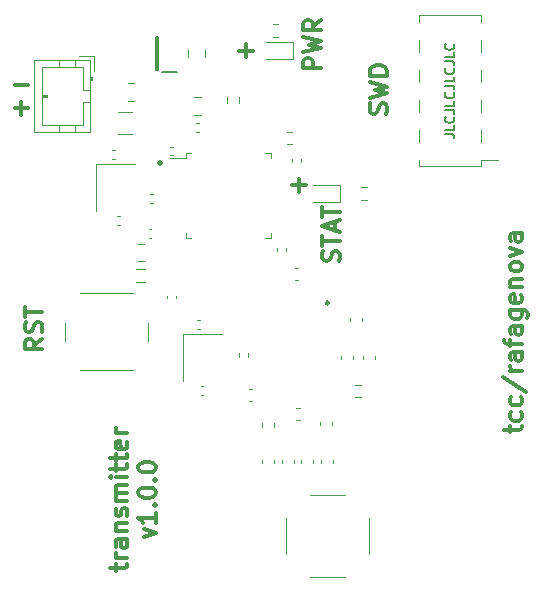
<source format=gbr>
%TF.GenerationSoftware,KiCad,Pcbnew,(6.0.4)*%
%TF.CreationDate,2022-08-25T17:00:53-03:00*%
%TF.ProjectId,rf-system-transmitter,72662d73-7973-4746-956d-2d7472616e73,rev?*%
%TF.SameCoordinates,Original*%
%TF.FileFunction,Legend,Top*%
%TF.FilePolarity,Positive*%
%FSLAX46Y46*%
G04 Gerber Fmt 4.6, Leading zero omitted, Abs format (unit mm)*
G04 Created by KiCad (PCBNEW (6.0.4)) date 2022-08-25 17:00:53*
%MOMM*%
%LPD*%
G01*
G04 APERTURE LIST*
%ADD10C,0.300000*%
%ADD11C,0.150000*%
%ADD12C,0.120000*%
%ADD13C,0.100000*%
%ADD14C,0.250000*%
%ADD15C,0.200000*%
G04 APERTURE END LIST*
D10*
X55471071Y-69735714D02*
X55471071Y-69164285D01*
X54971071Y-69521428D02*
X56256785Y-69521428D01*
X56399642Y-69450000D01*
X56471071Y-69307142D01*
X56471071Y-69164285D01*
X56471071Y-68664285D02*
X55471071Y-68664285D01*
X55756785Y-68664285D02*
X55613928Y-68592857D01*
X55542500Y-68521428D01*
X55471071Y-68378571D01*
X55471071Y-68235714D01*
X56471071Y-67092857D02*
X55685357Y-67092857D01*
X55542500Y-67164285D01*
X55471071Y-67307142D01*
X55471071Y-67592857D01*
X55542500Y-67735714D01*
X56399642Y-67092857D02*
X56471071Y-67235714D01*
X56471071Y-67592857D01*
X56399642Y-67735714D01*
X56256785Y-67807142D01*
X56113928Y-67807142D01*
X55971071Y-67735714D01*
X55899642Y-67592857D01*
X55899642Y-67235714D01*
X55828214Y-67092857D01*
X55471071Y-66378571D02*
X56471071Y-66378571D01*
X55613928Y-66378571D02*
X55542500Y-66307142D01*
X55471071Y-66164285D01*
X55471071Y-65950000D01*
X55542500Y-65807142D01*
X55685357Y-65735714D01*
X56471071Y-65735714D01*
X56399642Y-65092857D02*
X56471071Y-64950000D01*
X56471071Y-64664285D01*
X56399642Y-64521428D01*
X56256785Y-64450000D01*
X56185357Y-64450000D01*
X56042500Y-64521428D01*
X55971071Y-64664285D01*
X55971071Y-64878571D01*
X55899642Y-65021428D01*
X55756785Y-65092857D01*
X55685357Y-65092857D01*
X55542500Y-65021428D01*
X55471071Y-64878571D01*
X55471071Y-64664285D01*
X55542500Y-64521428D01*
X56471071Y-63807142D02*
X55471071Y-63807142D01*
X55613928Y-63807142D02*
X55542500Y-63735714D01*
X55471071Y-63592857D01*
X55471071Y-63378571D01*
X55542500Y-63235714D01*
X55685357Y-63164285D01*
X56471071Y-63164285D01*
X55685357Y-63164285D02*
X55542500Y-63092857D01*
X55471071Y-62950000D01*
X55471071Y-62735714D01*
X55542500Y-62592857D01*
X55685357Y-62521428D01*
X56471071Y-62521428D01*
X56471071Y-61807142D02*
X55471071Y-61807142D01*
X54971071Y-61807142D02*
X55042500Y-61878571D01*
X55113928Y-61807142D01*
X55042500Y-61735714D01*
X54971071Y-61807142D01*
X55113928Y-61807142D01*
X55471071Y-61307142D02*
X55471071Y-60735714D01*
X54971071Y-61092857D02*
X56256785Y-61092857D01*
X56399642Y-61021428D01*
X56471071Y-60878571D01*
X56471071Y-60735714D01*
X55471071Y-60450000D02*
X55471071Y-59878571D01*
X54971071Y-60235714D02*
X56256785Y-60235714D01*
X56399642Y-60164285D01*
X56471071Y-60021428D01*
X56471071Y-59878571D01*
X56399642Y-58807142D02*
X56471071Y-58950000D01*
X56471071Y-59235714D01*
X56399642Y-59378571D01*
X56256785Y-59450000D01*
X55685357Y-59450000D01*
X55542500Y-59378571D01*
X55471071Y-59235714D01*
X55471071Y-58950000D01*
X55542500Y-58807142D01*
X55685357Y-58735714D01*
X55828214Y-58735714D01*
X55971071Y-59450000D01*
X56471071Y-58092857D02*
X55471071Y-58092857D01*
X55756785Y-58092857D02*
X55613928Y-58021428D01*
X55542500Y-57950000D01*
X55471071Y-57807142D01*
X55471071Y-57664285D01*
X57886071Y-66914285D02*
X58886071Y-66557142D01*
X57886071Y-66200000D01*
X58886071Y-64842857D02*
X58886071Y-65700000D01*
X58886071Y-65271428D02*
X57386071Y-65271428D01*
X57600357Y-65414285D01*
X57743214Y-65557142D01*
X57814642Y-65700000D01*
X58743214Y-64200000D02*
X58814642Y-64128571D01*
X58886071Y-64200000D01*
X58814642Y-64271428D01*
X58743214Y-64200000D01*
X58886071Y-64200000D01*
X57386071Y-63200000D02*
X57386071Y-63057142D01*
X57457500Y-62914285D01*
X57528928Y-62842857D01*
X57671785Y-62771428D01*
X57957500Y-62700000D01*
X58314642Y-62700000D01*
X58600357Y-62771428D01*
X58743214Y-62842857D01*
X58814642Y-62914285D01*
X58886071Y-63057142D01*
X58886071Y-63200000D01*
X58814642Y-63342857D01*
X58743214Y-63414285D01*
X58600357Y-63485714D01*
X58314642Y-63557142D01*
X57957500Y-63557142D01*
X57671785Y-63485714D01*
X57528928Y-63414285D01*
X57457500Y-63342857D01*
X57386071Y-63200000D01*
X58743214Y-62057142D02*
X58814642Y-61985714D01*
X58886071Y-62057142D01*
X58814642Y-62128571D01*
X58743214Y-62057142D01*
X58886071Y-62057142D01*
X57386071Y-61057142D02*
X57386071Y-60914285D01*
X57457500Y-60771428D01*
X57528928Y-60700000D01*
X57671785Y-60628571D01*
X57957500Y-60557142D01*
X58314642Y-60557142D01*
X58600357Y-60628571D01*
X58743214Y-60700000D01*
X58814642Y-60771428D01*
X58886071Y-60914285D01*
X58886071Y-61057142D01*
X58814642Y-61200000D01*
X58743214Y-61271428D01*
X58600357Y-61342857D01*
X58314642Y-61414285D01*
X57957500Y-61414285D01*
X57671785Y-61342857D01*
X57528928Y-61271428D01*
X57457500Y-61200000D01*
X57386071Y-61057142D01*
X70428571Y-37107142D02*
X71571428Y-37107142D01*
X71000000Y-37678571D02*
X71000000Y-36535714D01*
X49278571Y-50121428D02*
X48564285Y-50621428D01*
X49278571Y-50978571D02*
X47778571Y-50978571D01*
X47778571Y-50407142D01*
X47850000Y-50264285D01*
X47921428Y-50192857D01*
X48064285Y-50121428D01*
X48278571Y-50121428D01*
X48421428Y-50192857D01*
X48492857Y-50264285D01*
X48564285Y-50407142D01*
X48564285Y-50978571D01*
X49207142Y-49550000D02*
X49278571Y-49335714D01*
X49278571Y-48978571D01*
X49207142Y-48835714D01*
X49135714Y-48764285D01*
X48992857Y-48692857D01*
X48850000Y-48692857D01*
X48707142Y-48764285D01*
X48635714Y-48835714D01*
X48564285Y-48978571D01*
X48492857Y-49264285D01*
X48421428Y-49407142D01*
X48350000Y-49478571D01*
X48207142Y-49550000D01*
X48064285Y-49550000D01*
X47921428Y-49478571D01*
X47850000Y-49407142D01*
X47778571Y-49264285D01*
X47778571Y-48907142D01*
X47850000Y-48692857D01*
X47778571Y-48264285D02*
X47778571Y-47407142D01*
X49278571Y-47835714D02*
X47778571Y-47835714D01*
X59200000Y-35114285D02*
X59295238Y-35209523D01*
X59200000Y-35304761D01*
X59104761Y-35209523D01*
X59200000Y-35114285D01*
X59200000Y-35304761D01*
X88878571Y-58035714D02*
X88878571Y-57464285D01*
X88378571Y-57821428D02*
X89664285Y-57821428D01*
X89807142Y-57750000D01*
X89878571Y-57607142D01*
X89878571Y-57464285D01*
X89807142Y-56321428D02*
X89878571Y-56464285D01*
X89878571Y-56750000D01*
X89807142Y-56892857D01*
X89735714Y-56964285D01*
X89592857Y-57035714D01*
X89164285Y-57035714D01*
X89021428Y-56964285D01*
X88950000Y-56892857D01*
X88878571Y-56750000D01*
X88878571Y-56464285D01*
X88950000Y-56321428D01*
X89807142Y-55035714D02*
X89878571Y-55178571D01*
X89878571Y-55464285D01*
X89807142Y-55607142D01*
X89735714Y-55678571D01*
X89592857Y-55750000D01*
X89164285Y-55750000D01*
X89021428Y-55678571D01*
X88950000Y-55607142D01*
X88878571Y-55464285D01*
X88878571Y-55178571D01*
X88950000Y-55035714D01*
X88307142Y-53321428D02*
X90235714Y-54607142D01*
X89878571Y-52821428D02*
X88878571Y-52821428D01*
X89164285Y-52821428D02*
X89021428Y-52750000D01*
X88950000Y-52678571D01*
X88878571Y-52535714D01*
X88878571Y-52392857D01*
X89878571Y-51250000D02*
X89092857Y-51250000D01*
X88950000Y-51321428D01*
X88878571Y-51464285D01*
X88878571Y-51750000D01*
X88950000Y-51892857D01*
X89807142Y-51250000D02*
X89878571Y-51392857D01*
X89878571Y-51750000D01*
X89807142Y-51892857D01*
X89664285Y-51964285D01*
X89521428Y-51964285D01*
X89378571Y-51892857D01*
X89307142Y-51750000D01*
X89307142Y-51392857D01*
X89235714Y-51250000D01*
X88878571Y-50750000D02*
X88878571Y-50178571D01*
X89878571Y-50535714D02*
X88592857Y-50535714D01*
X88450000Y-50464285D01*
X88378571Y-50321428D01*
X88378571Y-50178571D01*
X89878571Y-49035714D02*
X89092857Y-49035714D01*
X88950000Y-49107142D01*
X88878571Y-49250000D01*
X88878571Y-49535714D01*
X88950000Y-49678571D01*
X89807142Y-49035714D02*
X89878571Y-49178571D01*
X89878571Y-49535714D01*
X89807142Y-49678571D01*
X89664285Y-49750000D01*
X89521428Y-49750000D01*
X89378571Y-49678571D01*
X89307142Y-49535714D01*
X89307142Y-49178571D01*
X89235714Y-49035714D01*
X88878571Y-47678571D02*
X90092857Y-47678571D01*
X90235714Y-47750000D01*
X90307142Y-47821428D01*
X90378571Y-47964285D01*
X90378571Y-48178571D01*
X90307142Y-48321428D01*
X89807142Y-47678571D02*
X89878571Y-47821428D01*
X89878571Y-48107142D01*
X89807142Y-48250000D01*
X89735714Y-48321428D01*
X89592857Y-48392857D01*
X89164285Y-48392857D01*
X89021428Y-48321428D01*
X88950000Y-48250000D01*
X88878571Y-48107142D01*
X88878571Y-47821428D01*
X88950000Y-47678571D01*
X89807142Y-46392857D02*
X89878571Y-46535714D01*
X89878571Y-46821428D01*
X89807142Y-46964285D01*
X89664285Y-47035714D01*
X89092857Y-47035714D01*
X88950000Y-46964285D01*
X88878571Y-46821428D01*
X88878571Y-46535714D01*
X88950000Y-46392857D01*
X89092857Y-46321428D01*
X89235714Y-46321428D01*
X89378571Y-47035714D01*
X88878571Y-45678571D02*
X89878571Y-45678571D01*
X89021428Y-45678571D02*
X88950000Y-45607142D01*
X88878571Y-45464285D01*
X88878571Y-45250000D01*
X88950000Y-45107142D01*
X89092857Y-45035714D01*
X89878571Y-45035714D01*
X89878571Y-44107142D02*
X89807142Y-44250000D01*
X89735714Y-44321428D01*
X89592857Y-44392857D01*
X89164285Y-44392857D01*
X89021428Y-44321428D01*
X88950000Y-44250000D01*
X88878571Y-44107142D01*
X88878571Y-43892857D01*
X88950000Y-43750000D01*
X89021428Y-43678571D01*
X89164285Y-43607142D01*
X89592857Y-43607142D01*
X89735714Y-43678571D01*
X89807142Y-43750000D01*
X89878571Y-43892857D01*
X89878571Y-44107142D01*
X88878571Y-43107142D02*
X89878571Y-42750000D01*
X88878571Y-42392857D01*
X89878571Y-41178571D02*
X89092857Y-41178571D01*
X88950000Y-41250000D01*
X88878571Y-41392857D01*
X88878571Y-41678571D01*
X88950000Y-41821428D01*
X89807142Y-41178571D02*
X89878571Y-41321428D01*
X89878571Y-41678571D01*
X89807142Y-41821428D01*
X89664285Y-41892857D01*
X89521428Y-41892857D01*
X89378571Y-41821428D01*
X89307142Y-41678571D01*
X89307142Y-41321428D01*
X89235714Y-41178571D01*
X72878571Y-27200000D02*
X71378571Y-27200000D01*
X71378571Y-26628571D01*
X71450000Y-26485714D01*
X71521428Y-26414285D01*
X71664285Y-26342857D01*
X71878571Y-26342857D01*
X72021428Y-26414285D01*
X72092857Y-26485714D01*
X72164285Y-26628571D01*
X72164285Y-27200000D01*
X71378571Y-25842857D02*
X72878571Y-25485714D01*
X71807142Y-25200000D01*
X72878571Y-24914285D01*
X71378571Y-24557142D01*
X72878571Y-23128571D02*
X72164285Y-23628571D01*
X72878571Y-23985714D02*
X71378571Y-23985714D01*
X71378571Y-23414285D01*
X71450000Y-23271428D01*
X71521428Y-23200000D01*
X71664285Y-23128571D01*
X71878571Y-23128571D01*
X72021428Y-23200000D01*
X72092857Y-23271428D01*
X72164285Y-23414285D01*
X72164285Y-23985714D01*
X46928571Y-30607142D02*
X48071428Y-30607142D01*
X47500000Y-31178571D02*
X47500000Y-30035714D01*
X78407142Y-31035714D02*
X78478571Y-30821428D01*
X78478571Y-30464285D01*
X78407142Y-30321428D01*
X78335714Y-30250000D01*
X78192857Y-30178571D01*
X78050000Y-30178571D01*
X77907142Y-30250000D01*
X77835714Y-30321428D01*
X77764285Y-30464285D01*
X77692857Y-30750000D01*
X77621428Y-30892857D01*
X77550000Y-30964285D01*
X77407142Y-31035714D01*
X77264285Y-31035714D01*
X77121428Y-30964285D01*
X77050000Y-30892857D01*
X76978571Y-30750000D01*
X76978571Y-30392857D01*
X77050000Y-30178571D01*
X76978571Y-29678571D02*
X78478571Y-29321428D01*
X77407142Y-29035714D01*
X78478571Y-28750000D01*
X76978571Y-28392857D01*
X78478571Y-27821428D02*
X76978571Y-27821428D01*
X76978571Y-27464285D01*
X77050000Y-27250000D01*
X77192857Y-27107142D01*
X77335714Y-27035714D01*
X77621428Y-26964285D01*
X77835714Y-26964285D01*
X78121428Y-27035714D01*
X78264285Y-27107142D01*
X78407142Y-27250000D01*
X78478571Y-27464285D01*
X78478571Y-27821428D01*
X46928571Y-28607142D02*
X48071428Y-28607142D01*
X74407142Y-43514285D02*
X74478571Y-43300000D01*
X74478571Y-42942857D01*
X74407142Y-42800000D01*
X74335714Y-42728571D01*
X74192857Y-42657142D01*
X74050000Y-42657142D01*
X73907142Y-42728571D01*
X73835714Y-42800000D01*
X73764285Y-42942857D01*
X73692857Y-43228571D01*
X73621428Y-43371428D01*
X73550000Y-43442857D01*
X73407142Y-43514285D01*
X73264285Y-43514285D01*
X73121428Y-43442857D01*
X73050000Y-43371428D01*
X72978571Y-43228571D01*
X72978571Y-42871428D01*
X73050000Y-42657142D01*
X72978571Y-42228571D02*
X72978571Y-41371428D01*
X74478571Y-41800000D02*
X72978571Y-41800000D01*
X74050000Y-40942857D02*
X74050000Y-40228571D01*
X74478571Y-41085714D02*
X72978571Y-40585714D01*
X74478571Y-40085714D01*
X72978571Y-39800000D02*
X72978571Y-38942857D01*
X74478571Y-39371428D02*
X72978571Y-39371428D01*
D11*
X83361904Y-32795238D02*
X83933333Y-32795238D01*
X84047619Y-32833333D01*
X84123809Y-32909523D01*
X84161904Y-33023809D01*
X84161904Y-33100000D01*
X84161904Y-32033333D02*
X84161904Y-32414285D01*
X83361904Y-32414285D01*
X84085714Y-31309523D02*
X84123809Y-31347619D01*
X84161904Y-31461904D01*
X84161904Y-31538095D01*
X84123809Y-31652380D01*
X84047619Y-31728571D01*
X83971428Y-31766666D01*
X83819047Y-31804761D01*
X83704761Y-31804761D01*
X83552380Y-31766666D01*
X83476190Y-31728571D01*
X83400000Y-31652380D01*
X83361904Y-31538095D01*
X83361904Y-31461904D01*
X83400000Y-31347619D01*
X83438095Y-31309523D01*
X83361904Y-30738095D02*
X83933333Y-30738095D01*
X84047619Y-30776190D01*
X84123809Y-30852380D01*
X84161904Y-30966666D01*
X84161904Y-31042857D01*
X84161904Y-29976190D02*
X84161904Y-30357142D01*
X83361904Y-30357142D01*
X84085714Y-29252380D02*
X84123809Y-29290476D01*
X84161904Y-29404761D01*
X84161904Y-29480952D01*
X84123809Y-29595238D01*
X84047619Y-29671428D01*
X83971428Y-29709523D01*
X83819047Y-29747619D01*
X83704761Y-29747619D01*
X83552380Y-29709523D01*
X83476190Y-29671428D01*
X83400000Y-29595238D01*
X83361904Y-29480952D01*
X83361904Y-29404761D01*
X83400000Y-29290476D01*
X83438095Y-29252380D01*
X83361904Y-28680952D02*
X83933333Y-28680952D01*
X84047619Y-28719047D01*
X84123809Y-28795238D01*
X84161904Y-28909523D01*
X84161904Y-28985714D01*
X84161904Y-27919047D02*
X84161904Y-28300000D01*
X83361904Y-28300000D01*
X84085714Y-27195238D02*
X84123809Y-27233333D01*
X84161904Y-27347619D01*
X84161904Y-27423809D01*
X84123809Y-27538095D01*
X84047619Y-27614285D01*
X83971428Y-27652380D01*
X83819047Y-27690476D01*
X83704761Y-27690476D01*
X83552380Y-27652380D01*
X83476190Y-27614285D01*
X83400000Y-27538095D01*
X83361904Y-27423809D01*
X83361904Y-27347619D01*
X83400000Y-27233333D01*
X83438095Y-27195238D01*
X83361904Y-26623809D02*
X83933333Y-26623809D01*
X84047619Y-26661904D01*
X84123809Y-26738095D01*
X84161904Y-26852380D01*
X84161904Y-26928571D01*
X84161904Y-25861904D02*
X84161904Y-26242857D01*
X83361904Y-26242857D01*
X84085714Y-25138095D02*
X84123809Y-25176190D01*
X84161904Y-25290476D01*
X84161904Y-25366666D01*
X84123809Y-25480952D01*
X84047619Y-25557142D01*
X83971428Y-25595238D01*
X83819047Y-25633333D01*
X83704761Y-25633333D01*
X83552380Y-25595238D01*
X83476190Y-25557142D01*
X83400000Y-25480952D01*
X83361904Y-25366666D01*
X83361904Y-25290476D01*
X83400000Y-25176190D01*
X83438095Y-25138095D01*
D10*
X66530357Y-25128571D02*
X66530357Y-26271428D01*
X65958928Y-25700000D02*
X67101785Y-25700000D01*
D12*
%TO.C,FB1*%
X57200378Y-44190000D02*
X57999622Y-44190000D01*
X57200378Y-45310000D02*
X57999622Y-45310000D01*
%TO.C,C12*%
X67890000Y-60359420D02*
X67890000Y-60640580D01*
X68910000Y-60359420D02*
X68910000Y-60640580D01*
%TO.C,X1*%
X61150000Y-49700000D02*
X61150000Y-53700000D01*
X64450000Y-49700000D02*
X61150000Y-49700000D01*
%TO.C,C16*%
X71160000Y-34892164D02*
X71160000Y-35107836D01*
X70440000Y-34892164D02*
X70440000Y-35107836D01*
%TO.C,C10*%
X73810000Y-57440580D02*
X73810000Y-57159420D01*
X72790000Y-57440580D02*
X72790000Y-57159420D01*
%TO.C,C2*%
X57061252Y-28490000D02*
X56538748Y-28490000D01*
X57061252Y-29960000D02*
X56538748Y-29960000D01*
%TO.C,R3*%
X69249758Y-23477500D02*
X68775242Y-23477500D01*
X69249758Y-24522500D02*
X68775242Y-24522500D01*
%TO.C,C21*%
X57911252Y-42065000D02*
X57388748Y-42065000D01*
X57911252Y-43535000D02*
X57388748Y-43535000D01*
%TO.C,C20*%
X55807836Y-39740000D02*
X55592164Y-39740000D01*
X55807836Y-40460000D02*
X55592164Y-40460000D01*
%TO.C,D1*%
X70472500Y-24965000D02*
X68187500Y-24965000D01*
X70472500Y-26435000D02*
X70472500Y-24965000D01*
X68187500Y-26435000D02*
X70472500Y-26435000D01*
%TO.C,R6*%
X69962742Y-32577500D02*
X70437258Y-32577500D01*
X69962742Y-33622500D02*
X70437258Y-33622500D01*
%TO.C,J1*%
X52700000Y-29025000D02*
X52700000Y-27075000D01*
X50700000Y-26465000D02*
X50700000Y-27075000D01*
X49200000Y-29425000D02*
X49700000Y-29425000D01*
X49700000Y-29625000D02*
X49200000Y-29625000D01*
X52000000Y-26465000D02*
X52000000Y-27075000D01*
X52700000Y-31975000D02*
X52700000Y-30025000D01*
X52000000Y-32585000D02*
X52000000Y-31975000D01*
X53510000Y-27925000D02*
X53310000Y-27925000D01*
X49200000Y-27075000D02*
X49200000Y-31975000D01*
X48590000Y-26465000D02*
X48590000Y-32585000D01*
X53310000Y-28225000D02*
X53510000Y-28225000D01*
X53310000Y-26465000D02*
X48590000Y-26465000D01*
X53410000Y-28225000D02*
X53410000Y-27925000D01*
X52700000Y-30025000D02*
X53310000Y-30025000D01*
X53310000Y-32585000D02*
X53310000Y-26465000D01*
X49700000Y-29425000D02*
X49700000Y-29625000D01*
X53310000Y-29025000D02*
X52700000Y-29025000D01*
X53510000Y-28225000D02*
X53510000Y-27925000D01*
X48590000Y-32585000D02*
X53310000Y-32585000D01*
X53610000Y-26165000D02*
X52360000Y-26165000D01*
X49200000Y-31975000D02*
X52700000Y-31975000D01*
X50700000Y-32585000D02*
X50700000Y-31975000D01*
X52700000Y-27075000D02*
X49200000Y-27075000D01*
X49200000Y-29525000D02*
X49700000Y-29525000D01*
X53610000Y-27415000D02*
X53610000Y-26165000D01*
%TO.C,C6*%
X76390000Y-51559420D02*
X76390000Y-51840580D01*
X77410000Y-51559420D02*
X77410000Y-51840580D01*
%TO.C,C3*%
X75290000Y-48640580D02*
X75290000Y-48359420D01*
X76310000Y-48640580D02*
X76310000Y-48359420D01*
%TO.C,R4*%
X64877500Y-30137258D02*
X64877500Y-29662742D01*
X65922500Y-30137258D02*
X65922500Y-29662742D01*
%TO.C,C15*%
X62292164Y-32560000D02*
X62507836Y-32560000D01*
X62292164Y-31840000D02*
X62507836Y-31840000D01*
%TO.C,C17*%
X60307836Y-34560000D02*
X60092164Y-34560000D01*
X60307836Y-33840000D02*
X60092164Y-33840000D01*
%TO.C,L3*%
X69590000Y-60662779D02*
X69590000Y-60337221D01*
X70610000Y-60662779D02*
X70610000Y-60337221D01*
%TO.C,X2*%
X57150000Y-35300000D02*
X53850000Y-35300000D01*
X53850000Y-35300000D02*
X53850000Y-39300000D01*
%TO.C,R1*%
X66680000Y-51653641D02*
X66680000Y-51346359D01*
X65920000Y-51653641D02*
X65920000Y-51346359D01*
%TO.C,L1*%
X71062779Y-55990000D02*
X70737221Y-55990000D01*
X71062779Y-57010000D02*
X70737221Y-57010000D01*
%TO.C,C9*%
X74590000Y-51559420D02*
X74590000Y-51840580D01*
X75610000Y-51559420D02*
X75610000Y-51840580D01*
D13*
%TO.C,J2*%
X69900000Y-68300000D02*
X69900000Y-65300000D01*
X76900000Y-68300000D02*
X76900000Y-65300000D01*
X71900000Y-70300000D02*
X74900000Y-70300000D01*
X71900000Y-63300000D02*
X74900000Y-63300000D01*
D14*
%TO.C,IC1*%
X73525000Y-47075000D02*
G75*
G03*
X73525000Y-47075000I-125000J0D01*
G01*
D12*
%TO.C,R7*%
X76262742Y-38322500D02*
X76737258Y-38322500D01*
X76262742Y-37277500D02*
X76737258Y-37277500D01*
%TO.C,R5*%
X58346359Y-38580000D02*
X58653641Y-38580000D01*
X58346359Y-37820000D02*
X58653641Y-37820000D01*
%TO.C,C14*%
X62138748Y-29665000D02*
X62661252Y-29665000D01*
X62138748Y-31135000D02*
X62661252Y-31135000D01*
%TO.C,R2*%
X76237258Y-53977500D02*
X75762742Y-53977500D01*
X76237258Y-55022500D02*
X75762742Y-55022500D01*
%TO.C,SW1*%
X56950000Y-46250000D02*
X52450000Y-46250000D01*
X52450000Y-52750000D02*
X56950000Y-52750000D01*
X58200000Y-50250000D02*
X58200000Y-48750000D01*
X51200000Y-48750000D02*
X51200000Y-50250000D01*
%TO.C,C13*%
X72890000Y-60359420D02*
X72890000Y-60640580D01*
X73910000Y-60359420D02*
X73910000Y-60640580D01*
%TO.C,L2*%
X71190000Y-60337221D02*
X71190000Y-60662779D01*
X72210000Y-60337221D02*
X72210000Y-60662779D01*
%TO.C,C8*%
X63035000Y-25688748D02*
X63035000Y-26211252D01*
X61565000Y-25688748D02*
X61565000Y-26211252D01*
D15*
%TO.C,IC2*%
X58925000Y-27380000D02*
X58925000Y-24520000D01*
X59075000Y-24520000D02*
X59075000Y-27380000D01*
X58925000Y-24520000D02*
X59075000Y-24520000D01*
X60675000Y-27475000D02*
X59425000Y-27475000D01*
X59075000Y-27380000D02*
X58925000Y-27380000D01*
D12*
%TO.C,C4*%
X62392164Y-48540000D02*
X62607836Y-48540000D01*
X62392164Y-49260000D02*
X62607836Y-49260000D01*
%TO.C,U1*%
X61840000Y-34390000D02*
X61390000Y-34390000D01*
X61390000Y-34390000D02*
X61390000Y-34840000D01*
X61390000Y-34840000D02*
X60100000Y-34840000D01*
X61840000Y-41610000D02*
X61390000Y-41610000D01*
X68160000Y-41610000D02*
X68610000Y-41610000D01*
X61390000Y-41610000D02*
X61390000Y-41160000D01*
X68610000Y-41610000D02*
X68610000Y-41160000D01*
X68160000Y-34390000D02*
X68610000Y-34390000D01*
X68610000Y-34390000D02*
X68610000Y-34840000D01*
%TO.C,C7*%
X67040580Y-55410000D02*
X66759420Y-55410000D01*
X67040580Y-54390000D02*
X66759420Y-54390000D01*
%TO.C,D2*%
X74485000Y-38535000D02*
X74485000Y-37065000D01*
X74485000Y-37065000D02*
X72200000Y-37065000D01*
X72200000Y-38535000D02*
X74485000Y-38535000D01*
%TO.C,C19*%
X55192164Y-34860000D02*
X55407836Y-34860000D01*
X55192164Y-34140000D02*
X55407836Y-34140000D01*
%TO.C,J3*%
X86400000Y-23260000D02*
X86400000Y-22690000D01*
X81200000Y-35510000D02*
X81200000Y-34940000D01*
X81200000Y-25800000D02*
X81200000Y-24780000D01*
X86400000Y-35510000D02*
X81200000Y-35510000D01*
X87840000Y-34940000D02*
X86400000Y-34940000D01*
X86400000Y-33420000D02*
X86400000Y-32400000D01*
X81200000Y-23260000D02*
X81200000Y-22690000D01*
X81200000Y-33420000D02*
X81200000Y-32400000D01*
X86400000Y-22690000D02*
X81200000Y-22690000D01*
X86400000Y-30880000D02*
X86400000Y-29860000D01*
X81200000Y-28340000D02*
X81200000Y-27320000D01*
X86400000Y-28340000D02*
X86400000Y-27320000D01*
X86400000Y-25800000D02*
X86400000Y-24780000D01*
X86400000Y-35510000D02*
X86400000Y-34940000D01*
X81200000Y-30880000D02*
X81200000Y-29860000D01*
%TO.C,C18*%
X69140000Y-42442164D02*
X69140000Y-42657836D01*
X69860000Y-42442164D02*
X69860000Y-42657836D01*
%TO.C,C23*%
X60560000Y-46442164D02*
X60560000Y-46657836D01*
X59840000Y-46442164D02*
X59840000Y-46657836D01*
%TO.C,C1*%
X70659420Y-44090000D02*
X70940580Y-44090000D01*
X70659420Y-45110000D02*
X70940580Y-45110000D01*
%TO.C,C5*%
X62907836Y-54140000D02*
X62692164Y-54140000D01*
X62907836Y-54860000D02*
X62692164Y-54860000D01*
%TO.C,C22*%
X58487836Y-41560000D02*
X58272164Y-41560000D01*
X58487836Y-40840000D02*
X58272164Y-40840000D01*
%TO.C,C11*%
X67890000Y-57259420D02*
X67890000Y-57540580D01*
X68910000Y-57259420D02*
X68910000Y-57540580D01*
%TO.C,F1*%
X55697936Y-32735000D02*
X56902064Y-32735000D01*
X55697936Y-30915000D02*
X56902064Y-30915000D01*
%TD*%
M02*

</source>
